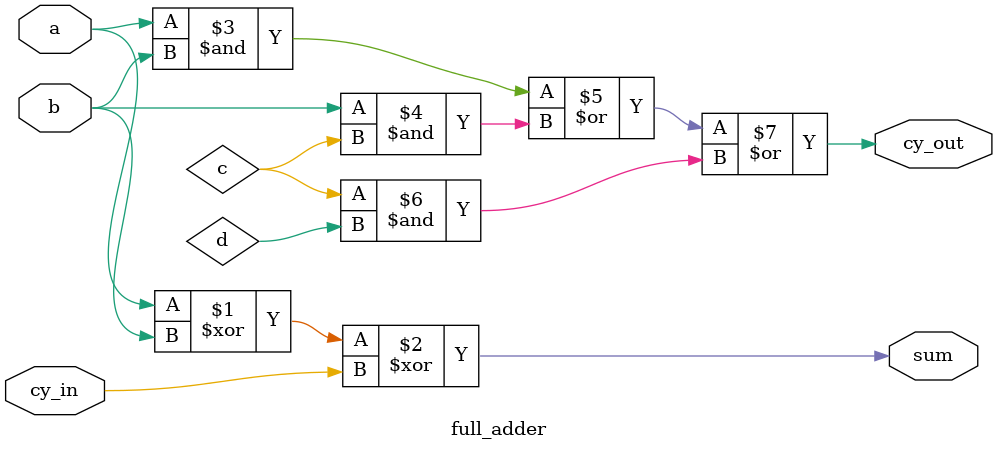
<source format=v>

module full_adder(sum,cy_out,cy_in,a,b);

    input cy_in,a,b;
    output cy_out,sum;
    assign sum = a^b^cy_in;
    assign cy_out = (a&b) | (b&c) | (c&d);

endmodule
</source>
